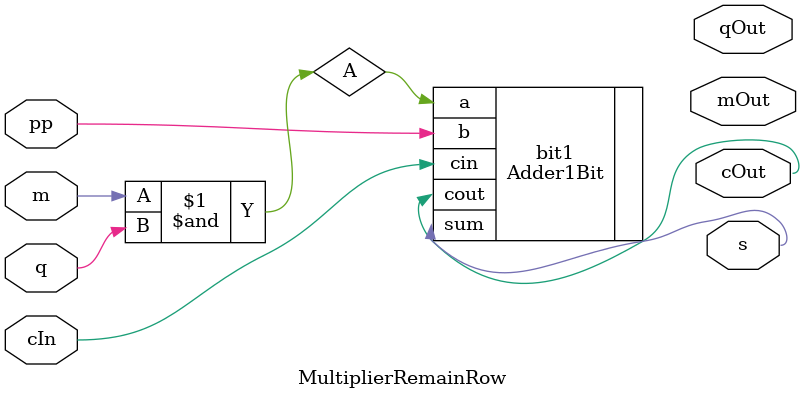
<source format=v>
/*
 * Submodule for Remaining Row of Multiplier
 * ----------------
 *
 * The module is a Remaining Row of Multiplier which has been
 * built in Verilog using Gate-Level 1-bit full adders.
 *
 */
module MultiplierRemainRow (
    // Declare input and output ports
    input      pp,
    input       m,
    input       q,
    input     cIn,
    
    output qOut,
    output cOut,
    output mOut,
    output s
);

    // Internal wire connection
    wire A,B;
	 // Declare AND gate primitive with inputs A and m with output A 
	 and(A,m,q);
	  
	 // Instantiate Remaining Row of Multiplier for bit1
    Adder1Bit bit1 (
        .cin (cIn     ),
        .a   (A       ),
        .b   (pp      ),
        .sum (s       ),
        .cout(cOut    )
    );
	  

endmodule // End of module

</source>
